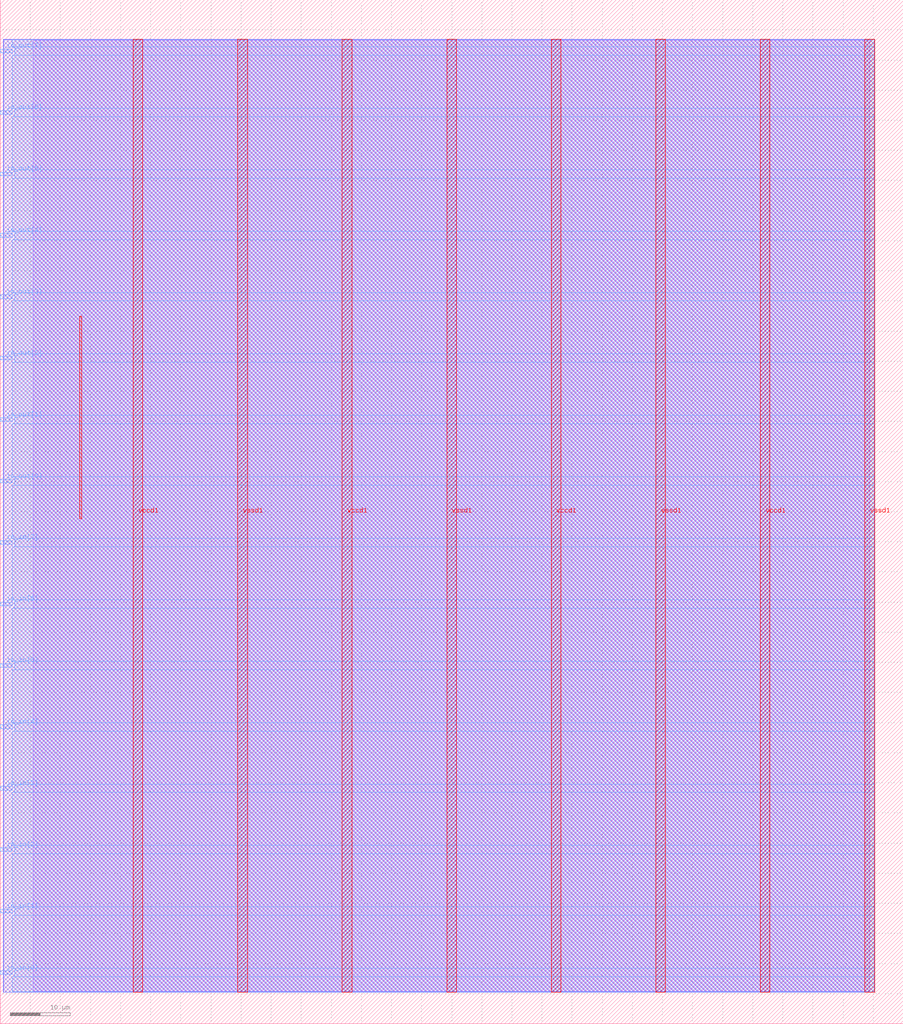
<source format=lef>
VERSION 5.7 ;
  NOWIREEXTENSIONATPIN ON ;
  DIVIDERCHAR "/" ;
  BUSBITCHARS "[]" ;
MACRO user_module_347688030570545747
  CLASS BLOCK ;
  FOREIGN user_module_347688030570545747 ;
  ORIGIN 0.000 0.000 ;
  SIZE 150.000 BY 170.000 ;
  PIN io_in[0]
    DIRECTION INPUT ;
    USE SIGNAL ;
    PORT
      LAYER met3 ;
        RECT 0.000 8.200 2.000 8.800 ;
    END
  END io_in[0]
  PIN io_in[1]
    DIRECTION INPUT ;
    USE SIGNAL ;
    PORT
      LAYER met3 ;
        RECT 0.000 18.400 2.000 19.000 ;
    END
  END io_in[1]
  PIN io_in[2]
    DIRECTION INPUT ;
    USE SIGNAL ;
    PORT
      LAYER met3 ;
        RECT 0.000 28.600 2.000 29.200 ;
    END
  END io_in[2]
  PIN io_in[3]
    DIRECTION INPUT ;
    USE SIGNAL ;
    PORT
      LAYER met3 ;
        RECT 0.000 38.800 2.000 39.400 ;
    END
  END io_in[3]
  PIN io_in[4]
    DIRECTION INPUT ;
    USE SIGNAL ;
    PORT
      LAYER met3 ;
        RECT 0.000 49.000 2.000 49.600 ;
    END
  END io_in[4]
  PIN io_in[5]
    DIRECTION INPUT ;
    USE SIGNAL ;
    PORT
      LAYER met3 ;
        RECT 0.000 59.200 2.000 59.800 ;
    END
  END io_in[5]
  PIN io_in[6]
    DIRECTION INPUT ;
    USE SIGNAL ;
    PORT
      LAYER met3 ;
        RECT 0.000 69.400 2.000 70.000 ;
    END
  END io_in[6]
  PIN io_in[7]
    DIRECTION INPUT ;
    USE SIGNAL ;
    PORT
      LAYER met3 ;
        RECT 0.000 79.600 2.000 80.200 ;
    END
  END io_in[7]
  PIN io_out[0]
    DIRECTION OUTPUT TRISTATE ;
    USE SIGNAL ;
    PORT
      LAYER met3 ;
        RECT 0.000 89.800 2.000 90.400 ;
    END
  END io_out[0]
  PIN io_out[1]
    DIRECTION OUTPUT TRISTATE ;
    USE SIGNAL ;
    PORT
      LAYER met3 ;
        RECT 0.000 100.000 2.000 100.600 ;
    END
  END io_out[1]
  PIN io_out[2]
    DIRECTION OUTPUT TRISTATE ;
    USE SIGNAL ;
    PORT
      LAYER met3 ;
        RECT 0.000 110.200 2.000 110.800 ;
    END
  END io_out[2]
  PIN io_out[3]
    DIRECTION OUTPUT TRISTATE ;
    USE SIGNAL ;
    PORT
      LAYER met3 ;
        RECT 0.000 120.400 2.000 121.000 ;
    END
  END io_out[3]
  PIN io_out[4]
    DIRECTION OUTPUT TRISTATE ;
    USE SIGNAL ;
    PORT
      LAYER met3 ;
        RECT 0.000 130.600 2.000 131.200 ;
    END
  END io_out[4]
  PIN io_out[5]
    DIRECTION OUTPUT TRISTATE ;
    USE SIGNAL ;
    PORT
      LAYER met3 ;
        RECT 0.000 140.800 2.000 141.400 ;
    END
  END io_out[5]
  PIN io_out[6]
    DIRECTION OUTPUT TRISTATE ;
    USE SIGNAL ;
    PORT
      LAYER met3 ;
        RECT 0.000 151.000 2.000 151.600 ;
    END
  END io_out[6]
  PIN io_out[7]
    DIRECTION OUTPUT TRISTATE ;
    USE SIGNAL ;
    PORT
      LAYER met3 ;
        RECT 0.000 161.200 2.000 161.800 ;
    END
  END io_out[7]
  PIN vccd1
    DIRECTION INOUT ;
    USE POWER ;
    PORT
      LAYER met4 ;
        RECT 22.085 5.200 23.685 163.440 ;
    END
    PORT
      LAYER met4 ;
        RECT 56.815 5.200 58.415 163.440 ;
    END
    PORT
      LAYER met4 ;
        RECT 91.545 5.200 93.145 163.440 ;
    END
    PORT
      LAYER met4 ;
        RECT 126.275 5.200 127.875 163.440 ;
    END
  END vccd1
  PIN vssd1
    DIRECTION INOUT ;
    USE GROUND ;
    PORT
      LAYER met4 ;
        RECT 39.450 5.200 41.050 163.440 ;
    END
    PORT
      LAYER met4 ;
        RECT 74.180 5.200 75.780 163.440 ;
    END
    PORT
      LAYER met4 ;
        RECT 108.910 5.200 110.510 163.440 ;
    END
    PORT
      LAYER met4 ;
        RECT 143.640 5.200 145.240 163.440 ;
    END
  END vssd1
  OBS
      LAYER li1 ;
        RECT 5.520 5.355 144.440 163.285 ;
      LAYER met1 ;
        RECT 0.530 5.200 145.240 163.440 ;
      LAYER met2 ;
        RECT 0.560 5.255 145.210 163.385 ;
      LAYER met3 ;
        RECT 2.000 162.200 145.230 163.365 ;
        RECT 2.400 160.800 145.230 162.200 ;
        RECT 2.000 152.000 145.230 160.800 ;
        RECT 2.400 150.600 145.230 152.000 ;
        RECT 2.000 141.800 145.230 150.600 ;
        RECT 2.400 140.400 145.230 141.800 ;
        RECT 2.000 131.600 145.230 140.400 ;
        RECT 2.400 130.200 145.230 131.600 ;
        RECT 2.000 121.400 145.230 130.200 ;
        RECT 2.400 120.000 145.230 121.400 ;
        RECT 2.000 111.200 145.230 120.000 ;
        RECT 2.400 109.800 145.230 111.200 ;
        RECT 2.000 101.000 145.230 109.800 ;
        RECT 2.400 99.600 145.230 101.000 ;
        RECT 2.000 90.800 145.230 99.600 ;
        RECT 2.400 89.400 145.230 90.800 ;
        RECT 2.000 80.600 145.230 89.400 ;
        RECT 2.400 79.200 145.230 80.600 ;
        RECT 2.000 70.400 145.230 79.200 ;
        RECT 2.400 69.000 145.230 70.400 ;
        RECT 2.000 60.200 145.230 69.000 ;
        RECT 2.400 58.800 145.230 60.200 ;
        RECT 2.000 50.000 145.230 58.800 ;
        RECT 2.400 48.600 145.230 50.000 ;
        RECT 2.000 39.800 145.230 48.600 ;
        RECT 2.400 38.400 145.230 39.800 ;
        RECT 2.000 29.600 145.230 38.400 ;
        RECT 2.400 28.200 145.230 29.600 ;
        RECT 2.000 19.400 145.230 28.200 ;
        RECT 2.400 18.000 145.230 19.400 ;
        RECT 2.000 9.200 145.230 18.000 ;
        RECT 2.400 7.800 145.230 9.200 ;
        RECT 2.000 5.275 145.230 7.800 ;
      LAYER met4 ;
        RECT 13.175 83.815 13.505 117.465 ;
  END
END user_module_347688030570545747
END LIBRARY


</source>
